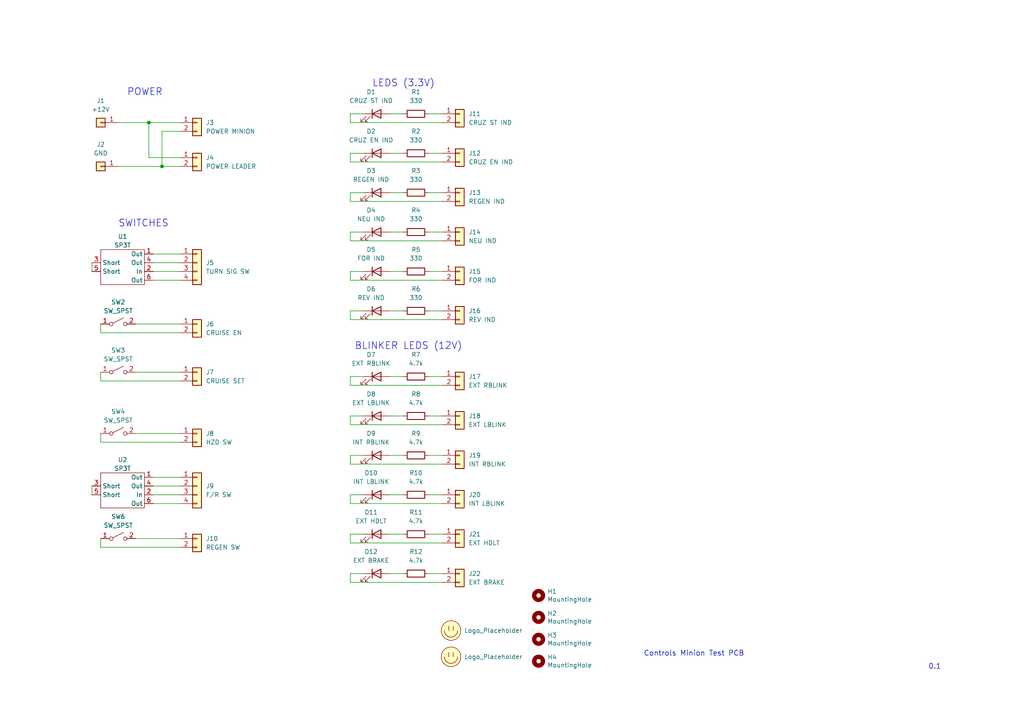
<source format=kicad_sch>
(kicad_sch (version 20211123) (generator eeschema)
  (paper "A4")
  (lib_symbols
    (symbol "Connector_Generic:Conn_01x01" (pin_names (offset 1.016) hide)
      (property "Reference" "J" (at 0 2.54 0))
      (property "Value" "Conn_01x01" (at 0 -2.54 0))
      (symbol "Conn_01x01_1_1"
        (rectangle (start -1.27 0.127) (end 0 -0.127) (stroke (width 0.1524)))
        (rectangle (start -1.27 1.27) (end 1.27 -1.27) (stroke (width 0.254)) (fill (type background)))
        (pin passive line (at -5.08 0 0) (length 3.81) (name "Pin_1") (number "1"))
      )
    )
    (symbol "Connector_Generic:Conn_01x02" (pin_names (offset 1.016) hide)
      (property "Reference" "J" (at 0 2.54 0))
      (property "Value" "Conn_01x02" (at 0 -5.08 0))
      (symbol "Conn_01x02_1_1"
        (rectangle (start -1.27 -2.413) (end 0 -2.667) (stroke (width 0.1524)))
        (rectangle (start -1.27 0.127) (end 0 -0.127) (stroke (width 0.1524)))
        (rectangle (start -1.27 1.27) (end 1.27 -3.81) (stroke (width 0.254)) (fill (type background)))
        (pin passive line (at -5.08 0 0) (length 3.81) (name "Pin_1") (number "1"))
        (pin passive line (at -5.08 -2.54 0) (length 3.81) (name "Pin_2") (number "2"))
      )
    )
    (symbol "Connector_Generic:Conn_01x04" (pin_names (offset 1.016) hide)
      (property "Reference" "J" (at 0 5.08 0))
      (property "Value" "Conn_01x04" (at 0 -7.62 0))
      (symbol "Conn_01x04_1_1"
        (rectangle (start -1.27 -4.953) (end 0 -5.207) (stroke (width 0.1524)))
        (rectangle (start -1.27 -2.413) (end 0 -2.667) (stroke (width 0.1524)))
        (rectangle (start -1.27 0.127) (end 0 -0.127) (stroke (width 0.1524)))
        (rectangle (start -1.27 2.667) (end 0 2.413) (stroke (width 0.1524)))
        (rectangle (start -1.27 3.81) (end 1.27 -6.35) (stroke (width 0.254)) (fill (type background)))
        (pin passive line (at -5.08 2.54 0) (length 3.81) (name "Pin_1") (number "1"))
        (pin passive line (at -5.08 0 0) (length 3.81) (name "Pin_2") (number "2"))
        (pin passive line (at -5.08 -2.54 0) (length 3.81) (name "Pin_3") (number "3"))
        (pin passive line (at -5.08 -5.08 0) (length 3.81) (name "Pin_4") (number "4"))
      )
    )
    (symbol "Device:LED" (pin_numbers hide) (pin_names (offset 1.016) hide)
      (property "Reference" "D" (at 0 2.54 0))
      (property "Value" "LED" (at 0 -2.54 0))
      (symbol "LED_0_1"
        (polyline (pts (xy -1.27 -1.27) (xy -1.27 1.27)) (stroke (width 0.254)))
        (polyline (pts (xy -1.27 0) (xy 1.27 0)))
        (polyline (pts (xy 1.27 -1.27) (xy 1.27 1.27) (xy -1.27 0) (xy 1.27 -1.27)) (stroke (width 0.254)))
        (polyline (pts (xy -3.048 -0.762) (xy -4.572 -2.286) (xy -3.81 -2.286) (xy -4.572 -2.286) (xy -4.572 -1.524)))
        (polyline (pts (xy -1.778 -0.762) (xy -3.302 -2.286) (xy -2.54 -2.286) (xy -3.302 -2.286) (xy -3.302 -1.524)))
      )
      (symbol "LED_1_1"
        (pin passive line (at -3.81 0 0) (length 2.54) (name "K") (number "1"))
        (pin passive line (at 3.81 0 180) (length 2.54) (name "A") (number "2"))
      )
    )
    (symbol "Device:R" (pin_numbers hide) (pin_names (offset 0))
      (property "Reference" "R" (at 2.032 0 90))
      (property "Value" "R" (at 0 0 90))
      (symbol "R_0_1"
        (rectangle (start -1.016 -2.54) (end 1.016 2.54) (stroke (width 0.254)))
      )
      (symbol "R_1_1"
        (pin passive line (at 0 3.81 270) (length 1.27) (name "~") (number "1"))
        (pin passive line (at 0 -3.81 90) (length 1.27) (name "~") (number "2"))
      )
    )
    (symbol "Mechanical:MountingHole" (pin_names (offset 1.016))
      (property "Reference" "H" (at 0 5.08 0))
      (property "Value" "MountingHole" (at 0 3.175 0))
      (symbol "MountingHole_0_1"
        (circle (center 0 0) (radius 1.27) (stroke (width 1.27)))
      )
    )
    (symbol "Switch:SW_SPST" (pin_names (offset 0) hide)
      (property "Reference" "SW" (at 0 3.175 0))
      (property "Value" "SW_SPST" (at 0 -2.54 0))
      (symbol "SW_SPST_0_0"
        (circle (center -2.032 0) (radius 0.508))
        (polyline (pts (xy -1.524 0.254) (xy 1.524 1.778)))
        (circle (center 2.032 0) (radius 0.508))
      )
      (symbol "SW_SPST_1_1"
        (pin passive line (at -5.08 0 0) (length 2.54) (name "A") (number "1"))
        (pin passive line (at 5.08 0 180) (length 2.54) (name "B") (number "2"))
      )
    )
    (symbol "utsvt-misc:Logo_Placeholder" (pin_names (offset 1.016))
      (property "Value" "Logo_Placeholder" (at 0 3.81 0))
      (symbol "Logo_Placeholder_0_1"
        (arc (start -1.905 0) (mid 0 -1.905) (end 1.905 0))
        (polyline (pts (xy -0.635 1.27) (xy -0.635 0)))
        (polyline (pts (xy 0.635 1.27) (xy 0.635 0)))
        (circle (center 0 0) (radius 2.8448) (fill (type background)))
      )
    )
    (symbol "utsvt-misc:SP3T"
      (property "Reference" "U" (at -1.27 15.24 0))
      (property "Value" "SP3T" (at -1.27 5.08 0))
      (symbol "SP3T_0_1"
        (rectangle (start 5.08 16.51) (end -7.62 6.35))
      )
      (symbol "SP3T_1_1"
        (pin output line (at 7.62 15.24 180) (length 2.54) (name "Out") (number "1"))
        (pin input line (at 7.62 10.16 180) (length 2.54) (name "In") (number "2"))
        (pin passive line (at -10.16 12.7 0) (length 2.54) (name "Short") (number "3"))
        (pin output line (at 7.62 12.7 180) (length 2.54) (name "Out") (number "4"))
        (pin passive line (at -10.16 10.16 0) (length 2.54) (name "Short") (number "5"))
        (pin output line (at 7.62 7.62 180) (length 2.54) (name "Out") (number "6"))
      )
    )
  )
  (junction (at 43.18 35.56))
  (junction (at 46.99 48.26))
  (wire (pts (xy 113.03 55.88) (xy 116.84 55.88)))
  (wire (pts (xy 101.6 33.02) (xy 101.6 35.56)))
  (wire (pts (xy 44.45 76.2) (xy 52.07 76.2)))
  (wire (pts (xy 52.07 45.72) (xy 43.18 45.72)))
  (wire (pts (xy 105.41 90.17) (xy 101.6 90.17)))
  (wire (pts (xy 44.45 78.74) (xy 52.07 78.74)))
  (wire (pts (xy 101.6 81.28) (xy 128.27 81.28)))
  (wire (pts (xy 29.21 128.27) (xy 52.07 128.27)))
  (wire (pts (xy 113.03 143.51) (xy 116.84 143.51)))
  (wire (pts (xy 101.6 134.62) (xy 128.27 134.62)))
  (wire (pts (xy 113.03 132.08) (xy 116.84 132.08)))
  (wire (pts (xy 124.46 120.65) (xy 128.27 120.65)))
  (wire (pts (xy 44.45 81.28) (xy 52.07 81.28)))
  (wire (pts (xy 105.41 78.74) (xy 101.6 78.74)))
  (wire (pts (xy 43.18 35.56) (xy 52.07 35.56)))
  (wire (pts (xy 101.6 67.31) (xy 101.6 69.85)))
  (wire (pts (xy 101.6 146.05) (xy 128.27 146.05)))
  (wire (pts (xy 46.99 38.1) (xy 46.99 48.26)))
  (wire (pts (xy 52.07 38.1) (xy 46.99 38.1)))
  (wire (pts (xy 43.18 35.56) (xy 43.18 45.72)))
  (wire (pts (xy 124.46 78.74) (xy 128.27 78.74)))
  (wire (pts (xy 29.21 125.73) (xy 29.21 128.27)))
  (wire (pts (xy 39.37 107.95) (xy 52.07 107.95)))
  (wire (pts (xy 101.6 120.65) (xy 101.6 123.19)))
  (wire (pts (xy 44.45 146.05) (xy 52.07 146.05)))
  (wire (pts (xy 105.41 120.65) (xy 101.6 120.65)))
  (wire (pts (xy 29.21 93.98) (xy 29.21 96.52)))
  (wire (pts (xy 124.46 90.17) (xy 128.27 90.17)))
  (wire (pts (xy 124.46 33.02) (xy 128.27 33.02)))
  (wire (pts (xy 124.46 67.31) (xy 128.27 67.31)))
  (wire (pts (xy 34.29 48.26) (xy 46.99 48.26)))
  (wire (pts (xy 101.6 55.88) (xy 101.6 58.42)))
  (wire (pts (xy 101.6 166.37) (xy 101.6 168.91)))
  (wire (pts (xy 101.6 69.85) (xy 128.27 69.85)))
  (wire (pts (xy 101.6 90.17) (xy 101.6 92.71)))
  (wire (pts (xy 105.41 33.02) (xy 101.6 33.02)))
  (wire (pts (xy 113.03 109.22) (xy 116.84 109.22)))
  (wire (pts (xy 124.46 55.88) (xy 128.27 55.88)))
  (wire (pts (xy 105.41 55.88) (xy 101.6 55.88)))
  (wire (pts (xy 29.21 156.21) (xy 29.21 158.75)))
  (wire (pts (xy 105.41 132.08) (xy 101.6 132.08)))
  (wire (pts (xy 124.46 109.22) (xy 128.27 109.22)))
  (wire (pts (xy 101.6 78.74) (xy 101.6 81.28)))
  (wire (pts (xy 101.6 123.19) (xy 128.27 123.19)))
  (wire (pts (xy 44.45 140.97) (xy 52.07 140.97)))
  (wire (pts (xy 101.6 143.51) (xy 101.6 146.05)))
  (wire (pts (xy 101.6 46.99) (xy 128.27 46.99)))
  (wire (pts (xy 113.03 166.37) (xy 116.84 166.37)))
  (wire (pts (xy 105.41 143.51) (xy 101.6 143.51)))
  (wire (pts (xy 29.21 96.52) (xy 52.07 96.52)))
  (wire (pts (xy 113.03 154.94) (xy 116.84 154.94)))
  (wire (pts (xy 105.41 154.94) (xy 101.6 154.94)))
  (wire (pts (xy 113.03 90.17) (xy 116.84 90.17)))
  (wire (pts (xy 101.6 109.22) (xy 101.6 111.76)))
  (wire (pts (xy 124.46 154.94) (xy 128.27 154.94)))
  (wire (pts (xy 101.6 157.48) (xy 128.27 157.48)))
  (wire (pts (xy 105.41 44.45) (xy 101.6 44.45)))
  (wire (pts (xy 26.67 140.97) (xy 26.67 143.51)))
  (wire (pts (xy 101.6 44.45) (xy 101.6 46.99)))
  (wire (pts (xy 101.6 35.56) (xy 128.27 35.56)))
  (wire (pts (xy 39.37 125.73) (xy 52.07 125.73)))
  (wire (pts (xy 44.45 143.51) (xy 52.07 143.51)))
  (wire (pts (xy 113.03 44.45) (xy 116.84 44.45)))
  (wire (pts (xy 105.41 166.37) (xy 101.6 166.37)))
  (wire (pts (xy 44.45 138.43) (xy 52.07 138.43)))
  (wire (pts (xy 26.67 76.2) (xy 26.67 78.74)))
  (wire (pts (xy 101.6 154.94) (xy 101.6 157.48)))
  (wire (pts (xy 124.46 166.37) (xy 128.27 166.37)))
  (wire (pts (xy 46.99 48.26) (xy 52.07 48.26)))
  (wire (pts (xy 29.21 110.49) (xy 52.07 110.49)))
  (wire (pts (xy 34.29 35.56) (xy 43.18 35.56)))
  (wire (pts (xy 39.37 156.21) (xy 52.07 156.21)))
  (wire (pts (xy 124.46 143.51) (xy 128.27 143.51)))
  (wire (pts (xy 113.03 120.65) (xy 116.84 120.65)))
  (wire (pts (xy 101.6 132.08) (xy 101.6 134.62)))
  (wire (pts (xy 105.41 67.31) (xy 101.6 67.31)))
  (wire (pts (xy 29.21 158.75) (xy 52.07 158.75)))
  (wire (pts (xy 101.6 168.91) (xy 128.27 168.91)))
  (wire (pts (xy 101.6 58.42) (xy 128.27 58.42)))
  (wire (pts (xy 101.6 92.71) (xy 128.27 92.71)))
  (wire (pts (xy 124.46 132.08) (xy 128.27 132.08)))
  (wire (pts (xy 113.03 78.74) (xy 116.84 78.74)))
  (wire (pts (xy 29.21 107.95) (xy 29.21 110.49)))
  (wire (pts (xy 124.46 44.45) (xy 128.27 44.45)))
  (wire (pts (xy 113.03 67.31) (xy 116.84 67.31)))
  (wire (pts (xy 39.37 93.98) (xy 52.07 93.98)))
  (wire (pts (xy 113.03 33.02) (xy 116.84 33.02)))
  (wire (pts (xy 105.41 109.22) (xy 101.6 109.22)))
  (wire (pts (xy 44.45 73.66) (xy 52.07 73.66)))
  (wire (pts (xy 101.6 111.76) (xy 128.27 111.76)))
  (text "Controls Minion Test PCB" (at 186.69 190.5 0) (effects (font (size 1.5 1.5)) (justify left bottom)))
  (text "POWER" (at 36.83 27.94 0) (effects (font (size 2 2)) (justify left bottom)))
  (text "SWITCHES" (at 34.29 66.04 0) (effects (font (size 2 2)) (justify left bottom)))
  (text "BLINKER LEDS (12V)" (at 102.87 101.6 0) (effects (font (size 2 2)) (justify left bottom)))
  (text "0.1" (at 269.24 194.31 0) (effects (font (size 1.5 1.5)) (justify left bottom)))
  (text "LEDS (3.3V)" (at 107.95 25.4 0) (effects (font (size 2 2)) (justify left bottom)))
  (symbol (lib_id "Connector_Generic:Conn_01x02") (at 57.15 45.72 0) (unit 1)
    (property "Reference" "J4" (at 59.69 45.7199 0) (effects (justify left)))
    (property "Value" "POWER LEADER" (at 59.69 48.2599 0) (effects (justify left)))
    (property "Footprint" "Connector_Molex:Molex_Micro-Fit_3.0_43650-0215_1x02_P3.00mm_Vertical" (effects hide))
    (property "Datasheet" "https://www.mouser.com/datasheet/2/276/0436500215_PCB_HEADERS-148687.pdf" (effects hide))
  )
  (symbol (lib_id "Device:R") (at 120.65 143.51 90) (unit 1)
    (property "Reference" "R10" (at 120.65 137.16 90))
    (property "Value" "4.7k" (at 120.65 139.7 90))
    (property "Footprint" "Resistor_SMD:R_0805_2012Metric" (effects hide))
    (property "Datasheet" "https://www.mouser.com/datasheet/2/427/crcwce3-1762584.pdf" (effects hide))
  )
  (symbol (lib_id "Device:LED") (at 109.22 90.17 0) (unit 1)
    (property "Reference" "D6" (at 107.6325 83.82 0))
    (property "Value" "REV IND" (at 107.6325 86.36 0))
    (property "Footprint" "LED_SMD:LED_0805_2012Metric" (effects hide))
    (property "Datasheet" "https://www.mouser.com/datasheet/2/216/APTD2012LVBC-D-1101043.pdf" (effects hide))
  )
  (symbol (lib_id "Connector_Generic:Conn_01x02") (at 133.35 90.17 0) (unit 1)
    (property "Reference" "J16" (at 135.89 90.1699 0) (effects (justify left)))
    (property "Value" "REV IND" (at 135.89 92.7099 0) (effects (justify left)))
    (property "Footprint" "Connector_Molex:Molex_Micro-Fit_3.0_43650-0200_1x02_P3.00mm_Horizontal" (effects hide))
    (property "Datasheet" "https://www.mouser.com/datasheet/2/276/0436500200_PCB_HEADERS-148844.pdf" (effects hide))
  )
  (symbol (lib_id "Connector_Generic:Conn_01x02") (at 133.35 78.74 0) (unit 1)
    (property "Reference" "J15" (at 135.89 78.7399 0) (effects (justify left)))
    (property "Value" "FOR IND" (at 135.89 81.2799 0) (effects (justify left)))
    (property "Footprint" "Connector_Molex:Molex_Micro-Fit_3.0_43650-0215_1x02_P3.00mm_Vertical" (effects hide))
    (property "Datasheet" "https://www.mouser.com/datasheet/2/276/0436500200_PCB_HEADERS-148844.pdf" (effects hide))
  )
  (symbol (lib_id "Connector_Generic:Conn_01x02") (at 133.35 120.65 0) (unit 1)
    (property "Reference" "J18" (at 135.89 120.6499 0) (effects (justify left)))
    (property "Value" "EXT LBLINK" (at 135.89 123.1899 0) (effects (justify left)))
    (property "Footprint" "Connector_Molex:Molex_Micro-Fit_3.0_43650-0200_1x02_P3.00mm_Horizontal" (effects hide))
    (property "Datasheet" "https://www.mouser.com/datasheet/2/276/0436500200_PCB_HEADERS-148844.pdf" (effects hide))
  )
  (symbol (lib_id "Mechanical:MountingHole") (at 156.21 172.72 0) (unit 1)
    (property "Reference" "H1" (at 158.75 171.5516 0) (effects (justify left)))
    (property "Value" "MountingHole" (at 158.75 173.863 0) (effects (justify left)))
    (property "Footprint" "MountingHole:MountingHole_3mm" (effects hide))
  )
  (symbol (lib_id "Device:LED") (at 109.22 44.45 0) (unit 1)
    (property "Reference" "D2" (at 107.6325 38.1 0))
    (property "Value" "CRUZ EN IND" (at 107.6325 40.64 0))
    (property "Footprint" "LED_SMD:LED_0805_2012Metric" (effects hide))
    (property "Datasheet" "https://www.mouser.com/datasheet/2/216/APTD2012LVBC-D-1101043.pdf" (effects hide))
  )
  (symbol (lib_id "utsvt-misc:Logo_Placeholder") (at 130.81 190.5 0) (unit 1)
    (property "Reference" "LOGO1" (effects hide))
    (property "Value" "Logo_Placeholder" (at 134.62 190.4999 0) (effects (justify left)))
    (property "Footprint" "UTSVT_Special:UTSVT_Logo_Symbol" (effects hide))
  )
  (symbol (lib_id "Device:R") (at 120.65 154.94 90) (unit 1)
    (property "Reference" "R11" (at 120.65 148.59 90))
    (property "Value" "4.7k" (at 120.65 151.13 90))
    (property "Footprint" "Resistor_SMD:R_0805_2012Metric" (effects hide))
    (property "Datasheet" "https://www.mouser.com/datasheet/2/427/crcwce3-1762584.pdf" (effects hide))
  )
  (symbol (lib_id "Device:R") (at 120.65 166.37 90) (unit 1)
    (property "Reference" "R12" (at 120.65 160.02 90))
    (property "Value" "4.7k" (at 120.65 162.56 90))
    (property "Footprint" "Resistor_SMD:R_0805_2012Metric" (effects hide))
    (property "Datasheet" "https://www.mouser.com/datasheet/2/427/crcwce3-1762584.pdf" (effects hide))
  )
  (symbol (lib_id "Connector_Generic:Conn_01x02") (at 133.35 166.37 0) (unit 1)
    (property "Reference" "J22" (at 135.89 166.3699 0) (effects (justify left)))
    (property "Value" "EXT BRAKE" (at 135.89 168.9099 0) (effects (justify left)))
    (property "Footprint" "Connector_Molex:Molex_Micro-Fit_3.0_43650-0200_1x02_P3.00mm_Horizontal" (effects hide))
    (property "Datasheet" "https://www.mouser.com/datasheet/2/276/0436500200_PCB_HEADERS-148844.pdf" (effects hide))
  )
  (symbol (lib_id "Connector_Generic:Conn_01x02") (at 133.35 33.02 0) (unit 1)
    (property "Reference" "J11" (at 135.89 33.0199 0) (effects (justify left)))
    (property "Value" "CRUZ ST IND" (at 135.89 35.5599 0) (effects (justify left)))
    (property "Footprint" "Connector_Molex:Molex_Micro-Fit_3.0_43650-0215_1x02_P3.00mm_Vertical" (effects hide))
    (property "Datasheet" "https://www.mouser.com/datasheet/2/276/0436500215_PCB_HEADERS-148687.pdf" (effects hide))
  )
  (symbol (lib_id "Device:R") (at 120.65 109.22 90) (unit 1)
    (property "Reference" "R7" (at 120.65 102.87 90))
    (property "Value" "4.7k" (at 120.65 105.41 90))
    (property "Footprint" "Resistor_SMD:R_0805_2012Metric" (effects hide))
    (property "Datasheet" "https://www.mouser.com/datasheet/2/427/crcwce3-1762584.pdf" (effects hide))
  )
  (symbol (lib_id "Connector_Generic:Conn_01x02") (at 57.15 107.95 0) (unit 1)
    (property "Reference" "J7" (at 59.69 107.9499 0) (effects (justify left)))
    (property "Value" "CRUISE SET" (at 59.69 110.4899 0) (effects (justify left)))
    (property "Footprint" "Connector_Molex:Molex_Micro-Fit_3.0_43650-0200_1x02_P3.00mm_Horizontal" (effects hide))
    (property "Datasheet" "https://www.mouser.com/datasheet/2/276/0436500200_PCB_HEADERS-148844.pdf" (effects hide))
  )
  (symbol (lib_id "Device:R") (at 120.65 33.02 90) (unit 1)
    (property "Reference" "R1" (at 120.65 26.67 90))
    (property "Value" "330" (at 120.65 29.21 90))
    (property "Footprint" "Resistor_SMD:R_0805_2012Metric" (effects hide))
    (property "Datasheet" "https://www.mouser.com/datasheet/2/427/crcwce3-1762584.pdf" (effects hide))
  )
  (symbol (lib_id "Mechanical:MountingHole") (at 156.21 185.42 0) (unit 1)
    (property "Reference" "H3" (at 158.75 184.2516 0) (effects (justify left)))
    (property "Value" "MountingHole" (at 158.75 186.563 0) (effects (justify left)))
    (property "Footprint" "MountingHole:MountingHole_3mm" (effects hide))
  )
  (symbol (lib_id "Connector_Generic:Conn_01x04") (at 57.15 140.97 0) (unit 1)
    (property "Reference" "J9" (at 59.69 140.9699 0) (effects (justify left)))
    (property "Value" "F/R SW" (at 59.69 143.5099 0) (effects (justify left)))
    (property "Footprint" "Connector_Molex:Molex_Micro-Fit_3.0_43650-0415_1x04_P3.00mm_Vertical" (effects hide))
    (property "Datasheet" "https://www.mouser.com/datasheet/2/276/0436500417_PCB_HEADERS-148713.pdf" (effects hide))
  )
  (symbol (lib_id "Switch:SW_SPST") (at 34.29 125.73 0) (unit 1)
    (property "Reference" "SW4" (at 34.29 119.38 0))
    (property "Value" "SW_SPST" (at 34.29 121.92 0))
    (property "Footprint" "UTSVT_Special:2MS6T1B3M2QES" (effects hide))
    (property "Datasheet" "https://www.mouser.com/datasheet/2/979/Dailywell_01132020_2M_Series-1708785.pdf" (effects hide))
  )
  (symbol (lib_id "Connector_Generic:Conn_01x01") (at 29.21 48.26 180) (unit 1)
    (property "Reference" "J2" (at 29.21 41.91 0))
    (property "Value" "GND" (at 29.21 44.45 0))
    (property "Footprint" "UTSVT_Connectors:Banana_Jack_1_Pin_4mm" (effects hide))
    (property "Datasheet" "https://www.mouser.com/datasheet/2/701/CT3149_drawing-1308432.pdf" (effects hide))
  )
  (symbol (lib_id "Switch:SW_SPST") (at 34.29 93.98 0) (unit 1)
    (property "Reference" "SW2" (at 34.29 87.63 0))
    (property "Value" "SW_SPST" (at 34.29 90.17 0))
    (property "Footprint" "UTSVT_Special:2MS6T1B3M2QES" (effects hide))
    (property "Datasheet" "https://www.mouser.com/datasheet/2/979/Dailywell_01132020_2M_Series-1708785.pdf" (effects hide))
  )
  (symbol (lib_id "Device:LED") (at 109.22 166.37 0) (unit 1)
    (property "Reference" "D12" (at 107.6325 160.02 0))
    (property "Value" "EXT BRAKE" (at 107.6325 162.56 0))
    (property "Footprint" "LED_SMD:LED_0805_2012Metric" (effects hide))
    (property "Datasheet" "https://www.mouser.com/datasheet/2/216/APTD2012LVBC-D-1101043.pdf" (effects hide))
  )
  (symbol (lib_id "Connector_Generic:Conn_01x02") (at 133.35 55.88 0) (unit 1)
    (property "Reference" "J13" (at 135.89 55.8799 0) (effects (justify left)))
    (property "Value" "REGEN IND" (at 135.89 58.4199 0) (effects (justify left)))
    (property "Footprint" "Connector_Molex:Molex_Micro-Fit_3.0_43650-0200_1x02_P3.00mm_Horizontal" (effects hide))
    (property "Datasheet" "https://www.mouser.com/datasheet/2/276/0436500200_PCB_HEADERS-148844.pdf" (effects hide))
  )
  (symbol (lib_id "Device:LED") (at 109.22 132.08 0) (unit 1)
    (property "Reference" "D9" (at 107.6325 125.73 0))
    (property "Value" "INT RBLINK" (at 107.6325 128.27 0))
    (property "Footprint" "LED_SMD:LED_0805_2012Metric" (effects hide))
    (property "Datasheet" "https://www.mouser.com/datasheet/2/216/APTD2012LVBC-D-1101043.pdf" (effects hide))
  )
  (symbol (lib_id "Mechanical:MountingHole") (at 156.21 179.07 0) (unit 1)
    (property "Reference" "H2" (at 158.75 177.9016 0) (effects (justify left)))
    (property "Value" "MountingHole" (at 158.75 180.213 0) (effects (justify left)))
    (property "Footprint" "MountingHole:MountingHole_3mm" (effects hide))
  )
  (symbol (lib_id "Device:R") (at 120.65 78.74 90) (unit 1)
    (property "Reference" "R5" (at 120.65 72.39 90))
    (property "Value" "330" (at 120.65 74.93 90))
    (property "Footprint" "Resistor_SMD:R_0805_2012Metric" (effects hide))
    (property "Datasheet" "https://www.mouser.com/datasheet/2/427/crcwce3-1762584.pdf" (effects hide))
  )
  (symbol (lib_id "Device:R") (at 120.65 132.08 90) (unit 1)
    (property "Reference" "R9" (at 120.65 125.73 90))
    (property "Value" "4.7k" (at 120.65 128.27 90))
    (property "Footprint" "Resistor_SMD:R_0805_2012Metric" (effects hide))
    (property "Datasheet" "https://www.mouser.com/datasheet/2/427/crcwce3-1762584.pdf" (effects hide))
  )
  (symbol (lib_id "Device:R") (at 120.65 44.45 90) (unit 1)
    (property "Reference" "R2" (at 120.65 38.1 90))
    (property "Value" "330" (at 120.65 40.64 90))
    (property "Footprint" "Resistor_SMD:R_0805_2012Metric" (effects hide))
    (property "Datasheet" "https://www.mouser.com/datasheet/2/427/crcwce3-1762584.pdf" (effects hide))
  )
  (symbol (lib_id "utsvt-misc:SP3T") (at 36.83 153.67 0) (unit 1)
    (property "Reference" "U2" (at 35.56 133.35 0))
    (property "Value" "SP3T" (at 35.56 135.89 0))
    (property "Footprint" "UTSVT_Special:M2024SS1W03BC" (effects hide))
    (property "Datasheet" "https://www.mouser.com/datasheet/2/295/MtogglesBushing-334489.pdf" (effects hide))
  )
  (symbol (lib_id "Connector_Generic:Conn_01x01") (at 29.21 35.56 180) (unit 1)
    (property "Reference" "J1" (at 29.21 29.21 0))
    (property "Value" "+12V" (at 29.21 31.75 0))
    (property "Footprint" "UTSVT_Connectors:Banana_Jack_1_Pin_4mm" (effects hide))
    (property "Datasheet" "https://www.mouser.com/datasheet/2/701/CT3149_drawing-1308432.pdf" (effects hide))
  )
  (symbol (lib_id "Connector_Generic:Conn_01x02") (at 133.35 132.08 0) (unit 1)
    (property "Reference" "J19" (at 135.89 132.0799 0) (effects (justify left)))
    (property "Value" "INT RBLINK" (at 135.89 134.6199 0) (effects (justify left)))
    (property "Footprint" "Connector_Molex:Molex_Micro-Fit_3.0_43650-0215_1x02_P3.00mm_Vertical" (effects hide))
    (property "Datasheet" "https://www.mouser.com/datasheet/2/276/0436500215_PCB_HEADERS-148687.pdf" (effects hide))
  )
  (symbol (lib_id "Connector_Generic:Conn_01x04") (at 57.15 76.2 0) (unit 1)
    (property "Reference" "J5" (at 59.69 76.1999 0) (effects (justify left)))
    (property "Value" "TURN SIG SW" (at 59.69 78.7399 0) (effects (justify left)))
    (property "Footprint" "Connector_Molex:Molex_Micro-Fit_3.0_43650-0415_1x04_P3.00mm_Vertical" (effects hide))
    (property "Datasheet" "https://www.mouser.com/datasheet/2/276/0436500417_PCB_HEADERS-148713.pdf" (effects hide))
  )
  (symbol (lib_id "Device:R") (at 120.65 67.31 90) (unit 1)
    (property "Reference" "R4" (at 120.65 60.96 90))
    (property "Value" "330" (at 120.65 63.5 90))
    (property "Footprint" "Resistor_SMD:R_0805_2012Metric" (effects hide))
    (property "Datasheet" "https://www.mouser.com/datasheet/2/427/crcwce3-1762584.pdf" (effects hide))
  )
  (symbol (lib_id "utsvt-misc:SP3T") (at 36.83 88.9 0) (unit 1)
    (property "Reference" "U1" (at 35.56 68.58 0))
    (property "Value" "SP3T" (at 35.56 71.12 0))
    (property "Footprint" "UTSVT_Special:M2024SS1W03BC" (effects hide))
    (property "Datasheet" "https://www.mouser.com/datasheet/2/295/MtogglesBushing-334489.pdf" (effects hide))
  )
  (symbol (lib_id "Connector_Generic:Conn_01x02") (at 57.15 125.73 0) (unit 1)
    (property "Reference" "J8" (at 59.69 125.7299 0) (effects (justify left)))
    (property "Value" "HZD SW" (at 59.69 128.2699 0) (effects (justify left)))
    (property "Footprint" "Connector_Molex:Molex_Micro-Fit_3.0_43650-0200_1x02_P3.00mm_Horizontal" (effects hide))
    (property "Datasheet" "https://www.mouser.com/datasheet/2/276/0436500200_PCB_HEADERS-148844.pdf" (effects hide))
  )
  (symbol (lib_id "Device:LED") (at 109.22 143.51 0) (unit 1)
    (property "Reference" "D10" (at 107.6325 137.16 0))
    (property "Value" "INT LBLINK" (at 107.6325 139.7 0))
    (property "Footprint" "LED_SMD:LED_0805_2012Metric" (effects hide))
    (property "Datasheet" "https://www.mouser.com/datasheet/2/216/APTD2012LVBC-D-1101043.pdf" (effects hide))
  )
  (symbol (lib_id "Connector_Generic:Conn_01x02") (at 133.35 67.31 0) (unit 1)
    (property "Reference" "J14" (at 135.89 67.3099 0) (effects (justify left)))
    (property "Value" "NEU IND" (at 135.89 69.8499 0) (effects (justify left)))
    (property "Footprint" "Connector_Molex:Molex_Micro-Fit_3.0_43650-0200_1x02_P3.00mm_Horizontal" (effects hide))
    (property "Datasheet" "https://www.mouser.com/datasheet/2/276/0436500200_PCB_HEADERS-148844.pdf" (effects hide))
  )
  (symbol (lib_id "Device:LED") (at 109.22 120.65 0) (unit 1)
    (property "Reference" "D8" (at 107.6325 114.3 0))
    (property "Value" "EXT LBLINK" (at 107.6325 116.84 0))
    (property "Footprint" "LED_SMD:LED_0805_2012Metric" (effects hide))
    (property "Datasheet" "https://www.mouser.com/datasheet/2/216/APTD2012LVBC-D-1101043.pdf" (effects hide))
  )
  (symbol (lib_id "Device:R") (at 120.65 90.17 90) (unit 1)
    (property "Reference" "R6" (at 120.65 83.82 90))
    (property "Value" "330" (at 120.65 86.36 90))
    (property "Footprint" "Resistor_SMD:R_0805_2012Metric" (effects hide))
    (property "Datasheet" "https://www.mouser.com/datasheet/2/427/crcwce3-1762584.pdf" (effects hide))
  )
  (symbol (lib_id "Connector_Generic:Conn_01x02") (at 133.35 109.22 0) (unit 1)
    (property "Reference" "J17" (at 135.89 109.2199 0) (effects (justify left)))
    (property "Value" "EXT RBLINK" (at 135.89 111.7599 0) (effects (justify left)))
    (property "Footprint" "Connector_Molex:Molex_Micro-Fit_3.0_43650-0200_1x02_P3.00mm_Horizontal" (effects hide))
    (property "Datasheet" "https://www.mouser.com/datasheet/2/276/0436500200_PCB_HEADERS-148844.pdf" (effects hide))
  )
  (symbol (lib_id "Device:R") (at 120.65 55.88 90) (unit 1)
    (property "Reference" "R3" (at 120.65 49.53 90))
    (property "Value" "330" (at 120.65 52.07 90))
    (property "Footprint" "Resistor_SMD:R_0805_2012Metric" (effects hide))
    (property "Datasheet" "https://www.mouser.com/datasheet/2/427/crcwce3-1762584.pdf" (effects hide))
  )
  (symbol (lib_id "Device:LED") (at 109.22 33.02 0) (unit 1)
    (property "Reference" "D1" (at 107.6325 26.67 0))
    (property "Value" "CRUZ ST IND" (at 107.6325 29.21 0))
    (property "Footprint" "LED_SMD:LED_0805_2012Metric" (effects hide))
    (property "Datasheet" "https://www.mouser.com/datasheet/2/216/APTD2012LVBC-D-1101043.pdf" (effects hide))
  )
  (symbol (lib_id "Connector_Generic:Conn_01x02") (at 133.35 143.51 0) (unit 1)
    (property "Reference" "J20" (at 135.89 143.5099 0) (effects (justify left)))
    (property "Value" "INT LBLINK" (at 135.89 146.0499 0) (effects (justify left)))
    (property "Footprint" "Connector_Molex:Molex_Micro-Fit_3.0_43650-0215_1x02_P3.00mm_Vertical" (effects hide))
    (property "Datasheet" "https://www.mouser.com/datasheet/2/276/0436500215_PCB_HEADERS-148687.pdf" (effects hide))
  )
  (symbol (lib_id "Switch:SW_SPST") (at 34.29 156.21 0) (unit 1)
    (property "Reference" "SW6" (at 34.29 149.86 0))
    (property "Value" "SW_SPST" (at 34.29 152.4 0))
    (property "Footprint" "UTSVT_Special:2MS6T1B3M2QES" (effects hide))
    (property "Datasheet" "https://www.mouser.com/datasheet/2/979/Dailywell_01132020_2M_Series-1708785.pdf" (effects hide))
  )
  (symbol (lib_id "Connector_Generic:Conn_01x02") (at 57.15 35.56 0) (unit 1)
    (property "Reference" "J3" (at 59.69 35.5599 0) (effects (justify left)))
    (property "Value" "POWER MINION" (at 59.69 38.0999 0) (effects (justify left)))
    (property "Footprint" "Connector_Molex:Molex_Micro-Fit_3.0_43650-0215_1x02_P3.00mm_Vertical" (effects hide))
    (property "Datasheet" "https://www.mouser.com/datasheet/2/276/0436500215_PCB_HEADERS-148687.pdf" (effects hide))
  )
  (symbol (lib_id "Device:LED") (at 109.22 78.74 0) (unit 1)
    (property "Reference" "D5" (at 107.6325 72.39 0))
    (property "Value" "FOR IND" (at 107.6325 74.93 0))
    (property "Footprint" "LED_SMD:LED_0805_2012Metric" (effects hide))
    (property "Datasheet" "https://www.mouser.com/datasheet/2/216/APTD2012LVBC-D-1101043.pdf" (effects hide))
  )
  (symbol (lib_id "Device:LED") (at 109.22 67.31 0) (unit 1)
    (property "Reference" "D4" (at 107.6325 60.96 0))
    (property "Value" "NEU IND" (at 107.6325 63.5 0))
    (property "Footprint" "LED_SMD:LED_0805_2012Metric" (effects hide))
    (property "Datasheet" "https://www.mouser.com/datasheet/2/216/APTD2012LVBC-D-1101043.pdf" (effects hide))
  )
  (symbol (lib_id "Device:LED") (at 109.22 109.22 0) (unit 1)
    (property "Reference" "D7" (at 107.6325 102.87 0))
    (property "Value" "EXT RBLINK" (at 107.6325 105.41 0))
    (property "Footprint" "LED_SMD:LED_0805_2012Metric" (effects hide))
    (property "Datasheet" "https://www.mouser.com/datasheet/2/216/APTD2012LVBC-D-1101043.pdf" (effects hide))
  )
  (symbol (lib_id "Device:LED") (at 109.22 55.88 0) (unit 1)
    (property "Reference" "D3" (at 107.6325 49.53 0))
    (property "Value" "REGEN IND" (at 107.6325 52.07 0))
    (property "Footprint" "LED_SMD:LED_0805_2012Metric" (effects hide))
    (property "Datasheet" "https://www.mouser.com/datasheet/2/216/APTD2012LVBC-D-1101043.pdf" (effects hide))
  )
  (symbol (lib_id "Connector_Generic:Conn_01x02") (at 57.15 93.98 0) (unit 1)
    (property "Reference" "J6" (at 59.69 93.9799 0) (effects (justify left)))
    (property "Value" "CRUISE EN" (at 59.69 96.5199 0) (effects (justify left)))
    (property "Footprint" "Connector_Molex:Molex_Micro-Fit_3.0_43650-0200_1x02_P3.00mm_Horizontal" (effects hide))
    (property "Datasheet" "https://www.mouser.com/datasheet/2/276/0436500200_PCB_HEADERS-148844.pdf" (effects hide))
  )
  (symbol (lib_id "utsvt-misc:Logo_Placeholder") (at 130.81 182.88 0) (unit 1)
    (property "Reference" "LOGO2" (effects hide))
    (property "Value" "Logo_Placeholder" (at 134.62 182.8799 0) (effects (justify left)))
    (property "Footprint" "UTSVT_Special:Hallock_Image_Tiny" (effects hide))
  )
  (symbol (lib_id "Switch:SW_SPST") (at 34.29 107.95 0) (unit 1)
    (property "Reference" "SW3" (at 34.29 101.6 0))
    (property "Value" "SW_SPST" (at 34.29 104.14 0))
    (property "Footprint" "UTSVT_Special:2MS6T1B3M2QES" (effects hide))
    (property "Datasheet" "https://www.mouser.com/datasheet/2/979/Dailywell_01132020_2M_Series-1708785.pdf" (effects hide))
  )
  (symbol (lib_id "Connector_Generic:Conn_01x02") (at 133.35 44.45 0) (unit 1)
    (property "Reference" "J12" (at 135.89 44.4499 0) (effects (justify left)))
    (property "Value" "CRUZ EN IND" (at 135.89 46.9899 0) (effects (justify left)))
    (property "Footprint" "Connector_Molex:Molex_Micro-Fit_3.0_43650-0215_1x02_P3.00mm_Vertical" (effects hide))
    (property "Datasheet" "https://www.mouser.com/datasheet/2/276/0436500215_PCB_HEADERS-148687.pdf" (effects hide))
  )
  (symbol (lib_id "Connector_Generic:Conn_01x02") (at 57.15 156.21 0) (unit 1)
    (property "Reference" "J10" (at 59.69 156.2099 0) (effects (justify left)))
    (property "Value" "REGEN SW" (at 59.69 158.7499 0) (effects (justify left)))
    (property "Footprint" "Connector_Molex:Molex_Micro-Fit_3.0_43650-0215_1x02_P3.00mm_Vertical" (effects hide))
    (property "Datasheet" "https://www.mouser.com/datasheet/2/276/0436500200_PCB_HEADERS-148844.pdf" (effects hide))
  )
  (symbol (lib_id "Connector_Generic:Conn_01x02") (at 133.35 154.94 0) (unit 1)
    (property "Reference" "J21" (at 135.89 154.9399 0) (effects (justify left)))
    (property "Value" "EXT HDLT" (at 135.89 157.4799 0) (effects (justify left)))
    (property "Footprint" "Connector_Molex:Molex_Micro-Fit_3.0_43650-0200_1x02_P3.00mm_Horizontal" (effects hide))
    (property "Datasheet" "https://www.mouser.com/datasheet/2/276/0436500200_PCB_HEADERS-148844.pdf" (effects hide))
  )
  (symbol (lib_id "Device:R") (at 120.65 120.65 90) (unit 1)
    (property "Reference" "R8" (at 120.65 114.3 90))
    (property "Value" "4.7k" (at 120.65 116.84 90))
    (property "Footprint" "Resistor_SMD:R_0805_2012Metric" (effects hide))
    (property "Datasheet" "https://www.mouser.com/datasheet/2/427/crcwce3-1762584.pdf" (effects hide))
  )
  (symbol (lib_id "Device:LED") (at 109.22 154.94 0) (unit 1)
    (property "Reference" "D11" (at 107.6325 148.59 0))
    (property "Value" "EXT HDLT" (at 107.6325 151.13 0))
    (property "Footprint" "LED_SMD:LED_0805_2012Metric" (effects hide))
    (property "Datasheet" "https://www.mouser.com/datasheet/2/216/APTD2012LVBC-D-1101043.pdf" (effects hide))
  )
  (symbol (lib_id "Mechanical:MountingHole") (at 156.21 191.77 0) (unit 1)
    (property "Reference" "H4" (at 158.75 190.6016 0) (effects (justify left)))
    (property "Value" "MountingHole" (at 158.75 192.913 0) (effects (justify left)))
    (property "Footprint" "MountingHole:MountingHole_3mm" (effects hide))
  )
)
</source>
